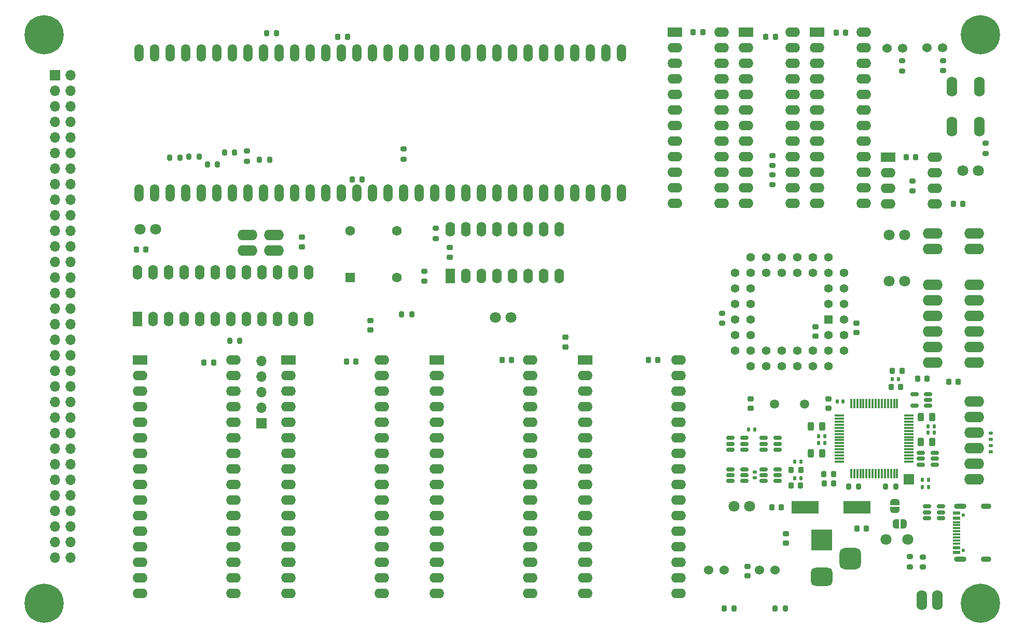
<source format=gbr>
G04 #@! TF.GenerationSoftware,KiCad,Pcbnew,8.0.2*
G04 #@! TF.CreationDate,2024-08-20T21:59:53+01:00*
G04 #@! TF.ProjectId,rosco_m68k,726f7363-6f5f-46d3-9638-6b2e6b696361,2.2*
G04 #@! TF.SameCoordinates,Original*
G04 #@! TF.FileFunction,Soldermask,Bot*
G04 #@! TF.FilePolarity,Negative*
%FSLAX46Y46*%
G04 Gerber Fmt 4.6, Leading zero omitted, Abs format (unit mm)*
G04 Created by KiCad (PCBNEW 8.0.2) date 2024-08-20 21:59:53*
%MOMM*%
%LPD*%
G01*
G04 APERTURE LIST*
G04 Aperture macros list*
%AMRoundRect*
0 Rectangle with rounded corners*
0 $1 Rounding radius*
0 $2 $3 $4 $5 $6 $7 $8 $9 X,Y pos of 4 corners*
0 Add a 4 corners polygon primitive as box body*
4,1,4,$2,$3,$4,$5,$6,$7,$8,$9,$2,$3,0*
0 Add four circle primitives for the rounded corners*
1,1,$1+$1,$2,$3*
1,1,$1+$1,$4,$5*
1,1,$1+$1,$6,$7*
1,1,$1+$1,$8,$9*
0 Add four rect primitives between the rounded corners*
20,1,$1+$1,$2,$3,$4,$5,0*
20,1,$1+$1,$4,$5,$6,$7,0*
20,1,$1+$1,$6,$7,$8,$9,0*
20,1,$1+$1,$8,$9,$2,$3,0*%
%AMFreePoly0*
4,1,19,0.500000,-0.750000,0.000000,-0.750000,0.000000,-0.744911,-0.071157,-0.744911,-0.207708,-0.704816,-0.327430,-0.627875,-0.420627,-0.520320,-0.479746,-0.390866,-0.500000,-0.250000,-0.500000,0.250000,-0.479746,0.390866,-0.420627,0.520320,-0.327430,0.627875,-0.207708,0.704816,-0.071157,0.744911,0.000000,0.744911,0.000000,0.750000,0.500000,0.750000,0.500000,-0.750000,0.500000,-0.750000,
$1*%
%AMFreePoly1*
4,1,19,0.000000,0.744911,0.071157,0.744911,0.207708,0.704816,0.327430,0.627875,0.420627,0.520320,0.479746,0.390866,0.500000,0.250000,0.500000,-0.250000,0.479746,-0.390866,0.420627,-0.520320,0.327430,-0.627875,0.207708,-0.704816,0.071157,-0.744911,0.000000,-0.744911,0.000000,-0.750000,-0.500000,-0.750000,-0.500000,0.750000,0.000000,0.750000,0.000000,0.744911,0.000000,0.744911,
$1*%
G04 Aperture macros list end*
%ADD10C,6.400000*%
%ADD11O,1.727200X3.251200*%
%ADD12C,1.803400*%
%ADD13R,1.422400X1.422400*%
%ADD14C,1.422400*%
%ADD15R,2.400000X1.600000*%
%ADD16O,2.400000X1.600000*%
%ADD17O,3.251200X1.727200*%
%ADD18C,1.524000*%
%ADD19C,1.500000*%
%ADD20R,1.600000X1.600000*%
%ADD21C,1.600000*%
%ADD22R,1.700000X1.700000*%
%ADD23O,1.700000X1.700000*%
%ADD24R,1.600000X2.400000*%
%ADD25O,1.600000X2.400000*%
%ADD26O,1.524000X2.844800*%
%ADD27R,3.500000X3.500000*%
%ADD28RoundRect,0.750000X1.000000X-0.750000X1.000000X0.750000X-1.000000X0.750000X-1.000000X-0.750000X0*%
%ADD29RoundRect,0.875000X0.875000X-0.875000X0.875000X0.875000X-0.875000X0.875000X-0.875000X-0.875000X0*%
%ADD30RoundRect,0.200000X0.275000X-0.200000X0.275000X0.200000X-0.275000X0.200000X-0.275000X-0.200000X0*%
%ADD31RoundRect,0.225000X-0.250000X0.225000X-0.250000X-0.225000X0.250000X-0.225000X0.250000X0.225000X0*%
%ADD32RoundRect,0.225000X0.225000X0.250000X-0.225000X0.250000X-0.225000X-0.250000X0.225000X-0.250000X0*%
%ADD33RoundRect,0.200000X0.200000X0.275000X-0.200000X0.275000X-0.200000X-0.275000X0.200000X-0.275000X0*%
%ADD34RoundRect,0.225000X0.250000X-0.225000X0.250000X0.225000X-0.250000X0.225000X-0.250000X-0.225000X0*%
%ADD35RoundRect,0.200000X-0.275000X0.200000X-0.275000X-0.200000X0.275000X-0.200000X0.275000X0.200000X0*%
%ADD36RoundRect,0.200000X-0.200000X-0.275000X0.200000X-0.275000X0.200000X0.275000X-0.200000X0.275000X0*%
%ADD37RoundRect,0.225000X-0.225000X-0.250000X0.225000X-0.250000X0.225000X0.250000X-0.225000X0.250000X0*%
%ADD38C,0.600000*%
%ADD39R,1.160000X0.600000*%
%ADD40R,1.160000X0.300000*%
%ADD41O,1.700000X0.900000*%
%ADD42O,2.000000X0.900000*%
%ADD43RoundRect,0.243750X0.243750X0.456250X-0.243750X0.456250X-0.243750X-0.456250X0.243750X-0.456250X0*%
%ADD44RoundRect,0.150000X-0.512500X-0.150000X0.512500X-0.150000X0.512500X0.150000X-0.512500X0.150000X0*%
%ADD45RoundRect,0.218750X0.218750X0.256250X-0.218750X0.256250X-0.218750X-0.256250X0.218750X-0.256250X0*%
%ADD46RoundRect,0.135000X-0.135000X-0.185000X0.135000X-0.185000X0.135000X0.185000X-0.135000X0.185000X0*%
%ADD47RoundRect,0.075000X0.075000X-0.700000X0.075000X0.700000X-0.075000X0.700000X-0.075000X-0.700000X0*%
%ADD48RoundRect,0.075000X0.700000X-0.075000X0.700000X0.075000X-0.700000X0.075000X-0.700000X-0.075000X0*%
%ADD49RoundRect,0.140000X-0.140000X-0.170000X0.140000X-0.170000X0.140000X0.170000X-0.140000X0.170000X0*%
%ADD50R,4.500000X2.000000*%
%ADD51RoundRect,0.243750X-0.243750X-0.456250X0.243750X-0.456250X0.243750X0.456250X-0.243750X0.456250X0*%
%ADD52RoundRect,0.150000X0.512500X0.150000X-0.512500X0.150000X-0.512500X-0.150000X0.512500X-0.150000X0*%
%ADD53RoundRect,0.140000X-0.170000X0.140000X-0.170000X-0.140000X0.170000X-0.140000X0.170000X0.140000X0*%
%ADD54FreePoly0,270.000000*%
%ADD55FreePoly1,270.000000*%
%ADD56FreePoly0,0.000000*%
%ADD57FreePoly1,0.000000*%
%ADD58RoundRect,0.135000X0.135000X0.185000X-0.135000X0.185000X-0.135000X-0.185000X0.135000X-0.185000X0*%
%ADD59RoundRect,0.135000X0.185000X-0.135000X0.185000X0.135000X-0.185000X0.135000X-0.185000X-0.135000X0*%
%ADD60RoundRect,0.140000X0.140000X0.170000X-0.140000X0.170000X-0.140000X-0.170000X0.140000X-0.170000X0*%
G04 APERTURE END LIST*
D10*
X71500000Y-151500000D03*
X71500000Y-58700000D03*
X224300000Y-151500000D03*
D11*
X219659400Y-73701200D03*
X219659400Y-67198800D03*
X224180600Y-73701200D03*
X224180600Y-67198800D03*
D10*
X224300000Y-58700000D03*
D12*
X209473800Y-91363800D03*
X212013800Y-91363800D03*
X184150000Y-135712200D03*
X186690000Y-135712200D03*
D13*
X199572000Y-105181400D03*
D14*
X202112000Y-102641400D03*
X199572000Y-102641400D03*
X202112000Y-100101400D03*
X199572000Y-100101400D03*
X202112000Y-97561400D03*
X199572000Y-95021400D03*
X199572000Y-97561400D03*
X197032000Y-95021400D03*
X197032000Y-97561400D03*
X194492000Y-95021400D03*
X194492000Y-97561400D03*
X191952000Y-95021400D03*
X191952000Y-97561400D03*
X189412000Y-95021400D03*
X189412000Y-97561400D03*
X186872000Y-95021400D03*
X184332000Y-97561400D03*
X186872000Y-97561400D03*
X184332000Y-100101400D03*
X186872000Y-100101400D03*
X184332000Y-102641400D03*
X186872000Y-102641400D03*
X184332000Y-105181400D03*
X186872000Y-105181400D03*
X184332000Y-107721400D03*
X186872000Y-107721400D03*
X184332000Y-110261400D03*
X186872000Y-112801400D03*
X186872000Y-110261400D03*
X189412000Y-112801400D03*
X189412000Y-110261400D03*
X191952000Y-112801400D03*
X191952000Y-110261400D03*
X194492000Y-112801400D03*
X194492000Y-110261400D03*
X197032000Y-112801400D03*
X197032000Y-110261400D03*
X199572000Y-112801400D03*
X202112000Y-110261400D03*
X199572000Y-110261400D03*
X202112000Y-107721400D03*
X199572000Y-107721400D03*
X202112000Y-105181400D03*
D15*
X186076700Y-58324800D03*
D16*
X186076700Y-60864800D03*
X186076700Y-63404800D03*
X186076700Y-65944800D03*
X186076700Y-68484800D03*
X186076700Y-71024800D03*
X186076700Y-73564800D03*
X186076700Y-76104800D03*
X186076700Y-78644800D03*
X186076700Y-81184800D03*
X186076700Y-83724800D03*
X186076700Y-86264800D03*
X193696700Y-86264800D03*
X193696700Y-83724800D03*
X193696700Y-81184800D03*
X193696700Y-78644800D03*
X193696700Y-76104800D03*
X193696700Y-73564800D03*
X193696700Y-71024800D03*
X193696700Y-68484800D03*
X193696700Y-65944800D03*
X193696700Y-63404800D03*
X193696700Y-60864800D03*
X193696700Y-58324800D03*
D17*
X223300000Y-91159000D03*
X223300000Y-93699000D03*
D18*
X211600000Y-60930000D03*
X209060000Y-60930000D03*
X218200000Y-60840000D03*
X215660000Y-60840000D03*
D19*
X190750800Y-118973600D03*
X195630800Y-118973600D03*
D20*
X121500000Y-98300000D03*
D21*
X129120000Y-98300000D03*
X129120000Y-90680000D03*
X121500000Y-90680000D03*
D15*
X159800000Y-111823600D03*
D16*
X159800000Y-114363600D03*
X159800000Y-116903600D03*
X159800000Y-119443600D03*
X159800000Y-121983600D03*
X159800000Y-124523600D03*
X159800000Y-127063600D03*
X159800000Y-129603600D03*
X159800000Y-132143600D03*
X159800000Y-134683600D03*
X159800000Y-137223600D03*
X159800000Y-139763600D03*
X159800000Y-142303600D03*
X159800000Y-144843600D03*
X159800000Y-147383600D03*
X159800000Y-149923600D03*
X175040000Y-149923600D03*
X175040000Y-147383600D03*
X175040000Y-144843600D03*
X175040000Y-142303600D03*
X175040000Y-139763600D03*
X175040000Y-137223600D03*
X175040000Y-134683600D03*
X175040000Y-132143600D03*
X175040000Y-129603600D03*
X175040000Y-127063600D03*
X175040000Y-124523600D03*
X175040000Y-121983600D03*
X175040000Y-119443600D03*
X175040000Y-116903600D03*
X175040000Y-114363600D03*
X175040000Y-111823600D03*
D15*
X135600000Y-111823600D03*
D16*
X135600000Y-114363600D03*
X135600000Y-116903600D03*
X135600000Y-119443600D03*
X135600000Y-121983600D03*
X135600000Y-124523600D03*
X135600000Y-127063600D03*
X135600000Y-129603600D03*
X135600000Y-132143600D03*
X135600000Y-134683600D03*
X135600000Y-137223600D03*
X135600000Y-139763600D03*
X135600000Y-142303600D03*
X135600000Y-144843600D03*
X135600000Y-147383600D03*
X135600000Y-149923600D03*
X150840000Y-149923600D03*
X150840000Y-147383600D03*
X150840000Y-144843600D03*
X150840000Y-142303600D03*
X150840000Y-139763600D03*
X150840000Y-137223600D03*
X150840000Y-134683600D03*
X150840000Y-132143600D03*
X150840000Y-129603600D03*
X150840000Y-127063600D03*
X150840000Y-124523600D03*
X150840000Y-121983600D03*
X150840000Y-119443600D03*
X150840000Y-116903600D03*
X150840000Y-114363600D03*
X150840000Y-111823600D03*
D15*
X111400000Y-111823600D03*
D16*
X111400000Y-114363600D03*
X111400000Y-116903600D03*
X111400000Y-119443600D03*
X111400000Y-121983600D03*
X111400000Y-124523600D03*
X111400000Y-127063600D03*
X111400000Y-129603600D03*
X111400000Y-132143600D03*
X111400000Y-134683600D03*
X111400000Y-137223600D03*
X111400000Y-139763600D03*
X111400000Y-142303600D03*
X111400000Y-144843600D03*
X111400000Y-147383600D03*
X111400000Y-149923600D03*
X126640000Y-149923600D03*
X126640000Y-147383600D03*
X126640000Y-144843600D03*
X126640000Y-142303600D03*
X126640000Y-139763600D03*
X126640000Y-137223600D03*
X126640000Y-134683600D03*
X126640000Y-132143600D03*
X126640000Y-129603600D03*
X126640000Y-127063600D03*
X126640000Y-124523600D03*
X126640000Y-121983600D03*
X126640000Y-119443600D03*
X126640000Y-116903600D03*
X126640000Y-114363600D03*
X126640000Y-111823600D03*
D22*
X73325000Y-65350000D03*
D23*
X75865000Y-65350000D03*
X73325000Y-67890000D03*
X75865000Y-67890000D03*
X73325000Y-70430000D03*
X75865000Y-70430000D03*
X73325000Y-72970000D03*
X75865000Y-72970000D03*
X73325000Y-75510000D03*
X75865000Y-75510000D03*
X73325000Y-78050000D03*
X75865000Y-78050000D03*
X73325000Y-80590000D03*
X75865000Y-80590000D03*
X73325000Y-83130000D03*
X75865000Y-83130000D03*
X73325000Y-85670000D03*
X75865000Y-85670000D03*
X73325000Y-88210000D03*
X75865000Y-88210000D03*
X73325000Y-90750000D03*
X75865000Y-90750000D03*
X73325000Y-93290000D03*
X75865000Y-93290000D03*
X73325000Y-95830000D03*
X75865000Y-95830000D03*
X73325000Y-98370000D03*
X75865000Y-98370000D03*
X73325000Y-100910000D03*
X75865000Y-100910000D03*
X73325000Y-103450000D03*
X75865000Y-103450000D03*
X73325000Y-105990000D03*
X75865000Y-105990000D03*
X73325000Y-108530000D03*
X75865000Y-108530000D03*
X73325000Y-111070000D03*
X75865000Y-111070000D03*
X73325000Y-113610000D03*
X75865000Y-113610000D03*
X73325000Y-116150000D03*
X75865000Y-116150000D03*
X73325000Y-118690000D03*
X75865000Y-118690000D03*
X73325000Y-121230000D03*
X75865000Y-121230000D03*
X73325000Y-123770000D03*
X75865000Y-123770000D03*
X73325000Y-126310000D03*
X75865000Y-126310000D03*
X73325000Y-128850000D03*
X75865000Y-128850000D03*
X73325000Y-131390000D03*
X75865000Y-131390000D03*
X73325000Y-133930000D03*
X75865000Y-133930000D03*
X73325000Y-136470000D03*
X75865000Y-136470000D03*
X73325000Y-139010000D03*
X75865000Y-139010000D03*
X73325000Y-141550000D03*
X75865000Y-141550000D03*
X73325000Y-144090000D03*
X75865000Y-144090000D03*
D15*
X174450000Y-58324800D03*
D16*
X174450000Y-60864800D03*
X174450000Y-63404800D03*
X174450000Y-65944800D03*
X174450000Y-68484800D03*
X174450000Y-71024800D03*
X174450000Y-73564800D03*
X174450000Y-76104800D03*
X174450000Y-78644800D03*
X174450000Y-81184800D03*
X174450000Y-83724800D03*
X174450000Y-86264800D03*
X182070000Y-86264800D03*
X182070000Y-83724800D03*
X182070000Y-81184800D03*
X182070000Y-78644800D03*
X182070000Y-76104800D03*
X182070000Y-73564800D03*
X182070000Y-71024800D03*
X182070000Y-68484800D03*
X182070000Y-65944800D03*
X182070000Y-63404800D03*
X182070000Y-60864800D03*
X182070000Y-58324800D03*
D17*
X223300000Y-131310000D03*
X223300000Y-128770000D03*
X223300000Y-126230000D03*
X223300000Y-123690000D03*
X223300000Y-121150000D03*
X223300000Y-118610000D03*
X216564000Y-112258000D03*
X216564000Y-109718000D03*
X216564000Y-107178000D03*
X216564000Y-104638000D03*
X216564000Y-102098000D03*
X216564000Y-99558000D03*
X223300000Y-112258000D03*
X223300000Y-109718000D03*
X223300000Y-107178000D03*
X223300000Y-104638000D03*
X223300000Y-102098000D03*
X223300000Y-99558000D03*
D11*
X214730000Y-151000000D03*
X217270000Y-151000000D03*
D15*
X209230000Y-78724800D03*
D16*
X209230000Y-81264800D03*
X209230000Y-83804800D03*
X209230000Y-86344800D03*
X216850000Y-86344800D03*
X216850000Y-83804800D03*
X216850000Y-81264800D03*
X216850000Y-78724800D03*
D17*
X216564000Y-91159000D03*
X216564000Y-93699000D03*
X104703000Y-91393000D03*
X104703000Y-93933000D03*
D18*
X182478200Y-146098800D03*
X179938200Y-146098800D03*
X190843400Y-146100800D03*
X188303400Y-146100800D03*
D17*
X109018000Y-93933000D03*
X109018000Y-91393000D03*
D15*
X87200000Y-111823600D03*
D16*
X87200000Y-114363600D03*
X87200000Y-116903600D03*
X87200000Y-119443600D03*
X87200000Y-121983600D03*
X87200000Y-124523600D03*
X87200000Y-127063600D03*
X87200000Y-129603600D03*
X87200000Y-132143600D03*
X87200000Y-134683600D03*
X87200000Y-137223600D03*
X87200000Y-139763600D03*
X87200000Y-142303600D03*
X87200000Y-144843600D03*
X87200000Y-147383600D03*
X87200000Y-149923600D03*
X102440000Y-149923600D03*
X102440000Y-147383600D03*
X102440000Y-144843600D03*
X102440000Y-142303600D03*
X102440000Y-139763600D03*
X102440000Y-137223600D03*
X102440000Y-134683600D03*
X102440000Y-132143600D03*
X102440000Y-129603600D03*
X102440000Y-127063600D03*
X102440000Y-124523600D03*
X102440000Y-121983600D03*
X102440000Y-119443600D03*
X102440000Y-116903600D03*
X102440000Y-114363600D03*
X102440000Y-111823600D03*
D12*
X221459000Y-80910000D03*
X223999000Y-80910000D03*
D15*
X197703300Y-58324800D03*
D16*
X197703300Y-60864800D03*
X197703300Y-63404800D03*
X197703300Y-65944800D03*
X197703300Y-68484800D03*
X197703300Y-71024800D03*
X197703300Y-73564800D03*
X197703300Y-76104800D03*
X197703300Y-78644800D03*
X197703300Y-81184800D03*
X197703300Y-83724800D03*
X197703300Y-86264800D03*
X205323300Y-86264800D03*
X205323300Y-83724800D03*
X205323300Y-81184800D03*
X205323300Y-78644800D03*
X205323300Y-76104800D03*
X205323300Y-73564800D03*
X205323300Y-71024800D03*
X205323300Y-68484800D03*
X205323300Y-65944800D03*
X205323300Y-63404800D03*
X205323300Y-60864800D03*
X205323300Y-58324800D03*
D24*
X86787000Y-105081000D03*
D25*
X89327000Y-105081000D03*
X91867000Y-105081000D03*
X94407000Y-105081000D03*
X96947000Y-105081000D03*
X99487000Y-105081000D03*
X102027000Y-105081000D03*
X104567000Y-105081000D03*
X107107000Y-105081000D03*
X109647000Y-105081000D03*
X112187000Y-105081000D03*
X114727000Y-105081000D03*
X114727000Y-97461000D03*
X112187000Y-97461000D03*
X109647000Y-97461000D03*
X107107000Y-97461000D03*
X104567000Y-97461000D03*
X102027000Y-97461000D03*
X99487000Y-97461000D03*
X96947000Y-97461000D03*
X94407000Y-97461000D03*
X91867000Y-97461000D03*
X89327000Y-97461000D03*
X86787000Y-97461000D03*
D22*
X106970000Y-122130000D03*
D23*
X106970000Y-119590000D03*
X106970000Y-117050000D03*
X106970000Y-114510000D03*
X106970000Y-111970000D03*
D22*
X212635400Y-131310000D03*
D24*
X137830000Y-98100000D03*
D25*
X140370000Y-98100000D03*
X142910000Y-98100000D03*
X145450000Y-98100000D03*
X147990000Y-98100000D03*
X150530000Y-98100000D03*
X153070000Y-98100000D03*
X155610000Y-98100000D03*
X155610000Y-90480000D03*
X153070000Y-90480000D03*
X150530000Y-90480000D03*
X147990000Y-90480000D03*
X145450000Y-90480000D03*
X142910000Y-90480000D03*
X140370000Y-90480000D03*
X137830000Y-90480000D03*
D26*
X87030000Y-84530000D03*
X89570000Y-84530000D03*
X92110000Y-84530000D03*
X94650000Y-84530000D03*
X97190000Y-84530000D03*
X99730000Y-84530000D03*
X102270000Y-84530000D03*
X104810000Y-84530000D03*
X107350000Y-84530000D03*
X109890000Y-84530000D03*
X112430000Y-84530000D03*
X114970000Y-84530000D03*
X117510000Y-84530000D03*
X120050000Y-84530000D03*
X122590000Y-84530000D03*
X125130000Y-84530000D03*
X127670000Y-84530000D03*
X130210000Y-84530000D03*
X132750000Y-84530000D03*
X135290000Y-84530000D03*
X137830000Y-84530000D03*
X140370000Y-84530000D03*
X142910000Y-84530000D03*
X145450000Y-84530000D03*
X147990000Y-84530000D03*
X150530000Y-84530000D03*
X153070000Y-84530000D03*
X155610000Y-84530000D03*
X158150000Y-84530000D03*
X160690000Y-84530000D03*
X163230000Y-84530000D03*
X165770000Y-84530000D03*
X165770000Y-61670000D03*
X163230000Y-61670000D03*
X160690000Y-61670000D03*
X158150000Y-61670000D03*
X155610000Y-61670000D03*
X153070000Y-61670000D03*
X150530000Y-61670000D03*
X147990000Y-61670000D03*
X145450000Y-61670000D03*
X142910000Y-61670000D03*
X140370000Y-61670000D03*
X137830000Y-61670000D03*
X135290000Y-61670000D03*
X132750000Y-61670000D03*
X130210000Y-61670000D03*
X127670000Y-61670000D03*
X125130000Y-61670000D03*
X122590000Y-61670000D03*
X120050000Y-61670000D03*
X117510000Y-61670000D03*
X114970000Y-61670000D03*
X112430000Y-61670000D03*
X109890000Y-61670000D03*
X107350000Y-61670000D03*
X104810000Y-61670000D03*
X102270000Y-61670000D03*
X99730000Y-61670000D03*
X97190000Y-61670000D03*
X94650000Y-61670000D03*
X92110000Y-61670000D03*
X89570000Y-61670000D03*
X87030000Y-61670000D03*
D12*
X87205000Y-90454000D03*
X89745000Y-90454000D03*
X145186400Y-104825800D03*
X147726400Y-104825800D03*
X209473800Y-98907600D03*
X212013800Y-98907600D03*
X208965800Y-141122400D03*
X212521800Y-141122400D03*
D27*
X198424800Y-141193000D03*
D28*
X198424800Y-147193000D03*
D29*
X203124800Y-144193000D03*
D30*
X135410000Y-91945000D03*
X135410000Y-90295000D03*
D31*
X186817000Y-118154200D03*
X186817000Y-119704200D03*
X137720000Y-93465000D03*
X137720000Y-95015000D03*
X113593000Y-91761000D03*
X113593000Y-93311000D03*
X156599600Y-108114200D03*
X156599600Y-109664200D03*
D32*
X190865000Y-59040000D03*
X189315000Y-59040000D03*
D33*
X131535000Y-104350000D03*
X129885000Y-104350000D03*
X108305000Y-79100000D03*
X106655000Y-79100000D03*
D30*
X104580000Y-79335000D03*
X104580000Y-77685000D03*
D31*
X192557400Y-140142700D03*
X192557400Y-141692700D03*
D34*
X124750000Y-106875000D03*
X124750000Y-105325000D03*
D31*
X199567800Y-118154200D03*
X199567800Y-119704200D03*
D32*
X221465000Y-86340000D03*
X219915000Y-86340000D03*
D31*
X197408800Y-106362200D03*
X197408800Y-107912200D03*
X204063600Y-105803400D03*
X204063600Y-107353400D03*
D32*
X179005000Y-58310000D03*
X177455000Y-58310000D03*
D35*
X213230000Y-82555000D03*
X213230000Y-84205000D03*
D30*
X225200000Y-78095000D03*
X225200000Y-76445000D03*
D35*
X211580000Y-62965000D03*
X211580000Y-64615000D03*
D36*
X107825000Y-58420000D03*
X109475000Y-58420000D03*
D30*
X130160000Y-79005000D03*
X130160000Y-77355000D03*
D35*
X218210000Y-62945000D03*
X218210000Y-64595000D03*
D36*
X101825000Y-108640000D03*
X103475000Y-108640000D03*
X182478200Y-152323800D03*
X184128200Y-152323800D03*
X190843400Y-152323800D03*
X192493400Y-152323800D03*
D34*
X186289800Y-147040600D03*
X186289800Y-145490600D03*
D32*
X202325000Y-58340000D03*
X200775000Y-58340000D03*
D35*
X190423800Y-78410800D03*
X190423800Y-80060800D03*
D37*
X121840000Y-82370000D03*
X123390000Y-82370000D03*
D32*
X121005000Y-59080000D03*
X119455000Y-59080000D03*
X171717000Y-111760000D03*
X170167000Y-111760000D03*
X147841000Y-111760000D03*
X146291000Y-111760000D03*
X122441000Y-112014000D03*
X120891000Y-112014000D03*
X99175000Y-112190000D03*
X97625000Y-112190000D03*
D35*
X190398400Y-81572600D03*
X190398400Y-83222600D03*
D36*
X100965000Y-77900000D03*
X102615000Y-77900000D03*
D33*
X99815000Y-79880000D03*
X98165000Y-79880000D03*
X96825000Y-78650000D03*
X95175000Y-78650000D03*
X93685000Y-78770000D03*
X92035000Y-78770000D03*
D35*
X133540000Y-97315000D03*
X133540000Y-98965000D03*
X182180000Y-104143000D03*
X182180000Y-105793000D03*
D37*
X86601000Y-93726000D03*
X88151000Y-93726000D03*
D32*
X205753000Y-139344400D03*
X204203000Y-139344400D03*
D35*
X214910000Y-143955000D03*
X214910000Y-145605000D03*
D38*
X221540000Y-137120000D03*
X221540000Y-142900000D03*
D39*
X220480000Y-136810000D03*
X220480000Y-137610000D03*
D40*
X220480000Y-138760000D03*
X220480000Y-139760000D03*
X220480000Y-140260000D03*
X220480000Y-141260000D03*
D39*
X220480000Y-142410000D03*
X220480000Y-143210000D03*
X220480000Y-143210000D03*
X220480000Y-142410000D03*
D40*
X220480000Y-141760000D03*
X220480000Y-140760000D03*
X220480000Y-139260000D03*
X220480000Y-138260000D03*
D39*
X220480000Y-137610000D03*
X220480000Y-136810000D03*
D41*
X225230000Y-135690000D03*
D42*
X221060000Y-135690000D03*
D41*
X225230000Y-144330000D03*
D42*
X221060000Y-144330000D03*
D43*
X198552000Y-122664600D03*
X196677000Y-122664600D03*
D44*
X215655000Y-137600000D03*
X215655000Y-136650000D03*
X215655000Y-135700000D03*
X217930000Y-135700000D03*
X217930000Y-136650000D03*
X217930000Y-137600000D03*
D45*
X211556600Y-113614200D03*
X209981600Y-113614200D03*
D46*
X197894500Y-124284700D03*
X198914500Y-124284700D03*
D47*
X210744200Y-130302000D03*
X210244200Y-130302000D03*
X209744200Y-130302000D03*
X209244200Y-130302000D03*
X208744200Y-130302000D03*
X208244200Y-130302000D03*
X207744200Y-130302000D03*
X207244200Y-130302000D03*
X206744200Y-130302000D03*
X206244200Y-130302000D03*
X205744200Y-130302000D03*
X205244200Y-130302000D03*
X204744200Y-130302000D03*
X204244200Y-130302000D03*
X203744200Y-130302000D03*
X203244200Y-130302000D03*
D48*
X201319200Y-128377000D03*
X201319200Y-127877000D03*
X201319200Y-127377000D03*
X201319200Y-126877000D03*
X201319200Y-126377000D03*
X201319200Y-125877000D03*
X201319200Y-125377000D03*
X201319200Y-124877000D03*
X201319200Y-124377000D03*
X201319200Y-123877000D03*
X201319200Y-123377000D03*
X201319200Y-122877000D03*
X201319200Y-122377000D03*
X201319200Y-121877000D03*
X201319200Y-121377000D03*
X201319200Y-120877000D03*
D47*
X203244200Y-118952000D03*
X203744200Y-118952000D03*
X204244200Y-118952000D03*
X204744200Y-118952000D03*
X205244200Y-118952000D03*
X205744200Y-118952000D03*
X206244200Y-118952000D03*
X206744200Y-118952000D03*
X207244200Y-118952000D03*
X207744200Y-118952000D03*
X208244200Y-118952000D03*
X208744200Y-118952000D03*
X209244200Y-118952000D03*
X209744200Y-118952000D03*
X210244200Y-118952000D03*
X210744200Y-118952000D03*
D48*
X212669200Y-120877000D03*
X212669200Y-121377000D03*
X212669200Y-121877000D03*
X212669200Y-122377000D03*
X212669200Y-122877000D03*
X212669200Y-123377000D03*
X212669200Y-123877000D03*
X212669200Y-124377000D03*
X212669200Y-124877000D03*
X212669200Y-125377000D03*
X212669200Y-125877000D03*
X212669200Y-126377000D03*
X212669200Y-126877000D03*
X212669200Y-127377000D03*
X212669200Y-127877000D03*
X212669200Y-128377000D03*
D49*
X209984400Y-114909600D03*
X210944400Y-114909600D03*
D33*
X204482200Y-132435600D03*
X202832200Y-132435600D03*
D37*
X209740200Y-116230400D03*
X211290200Y-116230400D03*
D50*
X195698800Y-135864600D03*
X204198800Y-135864600D03*
D51*
X214591500Y-121081800D03*
X216466500Y-121081800D03*
D52*
X191202000Y-129631400D03*
X191202000Y-130581400D03*
X191202000Y-131531400D03*
X188927000Y-131531400D03*
X188927000Y-130581400D03*
X188927000Y-129631400D03*
D53*
X187477400Y-130076000D03*
X187477400Y-131036000D03*
D54*
X210337400Y-134986000D03*
D55*
X210337400Y-136286000D03*
D46*
X214865000Y-132562600D03*
X215885000Y-132562600D03*
D32*
X220695000Y-115360000D03*
X219145000Y-115360000D03*
D52*
X191202000Y-124526000D03*
X191202000Y-125476000D03*
X191202000Y-126426000D03*
X188927000Y-126426000D03*
X188927000Y-125476000D03*
X188927000Y-124526000D03*
D56*
X210500000Y-138590000D03*
D57*
X211800000Y-138590000D03*
D58*
X216789000Y-122605800D03*
X215769000Y-122605800D03*
D33*
X210510400Y-132486400D03*
X208860400Y-132486400D03*
D59*
X226009200Y-124792200D03*
X226009200Y-123772200D03*
D32*
X200368200Y-131927600D03*
X198818200Y-131927600D03*
D37*
X190283800Y-135864600D03*
X191833800Y-135864600D03*
D60*
X195013900Y-131061200D03*
X194053900Y-131061200D03*
X195018600Y-128422400D03*
X194058600Y-128422400D03*
D32*
X215608200Y-114884200D03*
X214058200Y-114884200D03*
X200342800Y-130403600D03*
X198792800Y-130403600D03*
D52*
X215821400Y-117388600D03*
X215821400Y-118338600D03*
X215821400Y-119288600D03*
X213546400Y-119288600D03*
X213546400Y-117388600D03*
D58*
X215871800Y-131343400D03*
X214851800Y-131343400D03*
D51*
X214591500Y-125171200D03*
X216466500Y-125171200D03*
D32*
X213790000Y-78720000D03*
X212240000Y-78720000D03*
D45*
X195021300Y-129768600D03*
X193446300Y-129768600D03*
D46*
X197894500Y-125379900D03*
X198914500Y-125379900D03*
D49*
X200967400Y-118567200D03*
X201927400Y-118567200D03*
D30*
X212810000Y-145560000D03*
X212810000Y-143910000D03*
D43*
X198552000Y-127000000D03*
X196677000Y-127000000D03*
D59*
X226009200Y-126775400D03*
X226009200Y-125755400D03*
D60*
X187474800Y-123113800D03*
X186514800Y-123113800D03*
D52*
X185846300Y-124526000D03*
X185846300Y-125476000D03*
X185846300Y-126426000D03*
X183571300Y-126426000D03*
X183571300Y-125476000D03*
X183571300Y-124526000D03*
D45*
X194995800Y-132283200D03*
X193420800Y-132283200D03*
D58*
X216789000Y-123672600D03*
X215769000Y-123672600D03*
D52*
X216905000Y-126970000D03*
X216905000Y-127920000D03*
X216905000Y-128870000D03*
X214630000Y-128870000D03*
X214630000Y-127920000D03*
X214630000Y-126970000D03*
X185846300Y-129631400D03*
X185846300Y-130581400D03*
X185846300Y-131531400D03*
X183571300Y-131531400D03*
X183571300Y-130581400D03*
X183571300Y-129631400D03*
M02*

</source>
